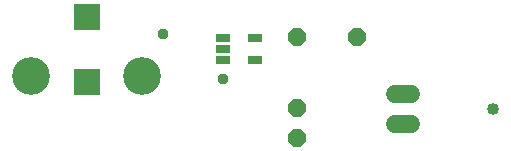
<source format=gts>
G75*
%MOIN*%
%OFA0B0*%
%FSLAX25Y25*%
%IPPOS*%
%LPD*%
%AMOC8*
5,1,8,0,0,1.08239X$1,22.5*
%
%ADD10OC8,0.06000*%
%ADD11C,0.06000*%
%ADD12C,0.04000*%
%ADD13R,0.05131X0.03162*%
%ADD14R,0.09068X0.09068*%
%ADD15C,0.12611*%
%ADD16C,0.03778*%
D10*
X0101500Y0102500D03*
X0101500Y0112500D03*
X0101500Y0136000D03*
X0121500Y0136000D03*
D11*
X0134400Y0117000D02*
X0139600Y0117000D01*
X0139600Y0107000D02*
X0134400Y0107000D01*
D12*
X0167000Y0112000D03*
D13*
X0087630Y0128260D03*
X0087630Y0135740D03*
X0077000Y0135740D03*
X0077000Y0132000D03*
X0077000Y0128260D03*
D14*
X0031500Y0121173D03*
X0031500Y0142827D03*
D15*
X0012996Y0122984D03*
X0050004Y0122984D03*
D16*
X0057000Y0137000D03*
X0077000Y0122000D03*
M02*

</source>
